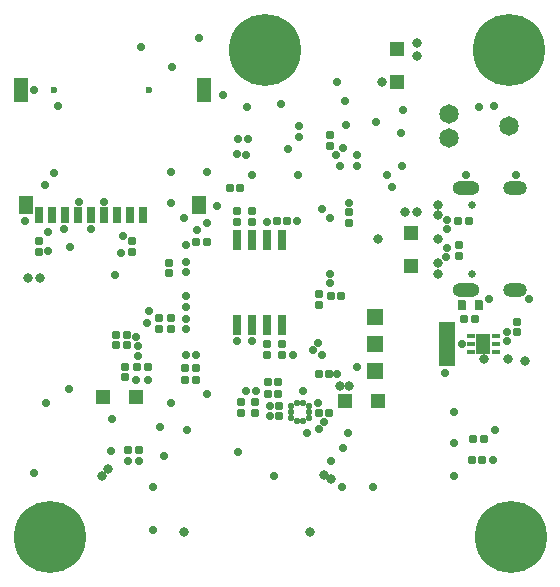
<source format=gbs>
G04*
G04 #@! TF.GenerationSoftware,Altium Limited,Altium Designer,26.2.0 (7)*
G04*
G04 Layer_Color=16711935*
%FSLAX25Y25*%
%MOIN*%
G70*
G04*
G04 #@! TF.SameCoordinates,17A3E6CB-15BD-4058-B425-0E0A4CEE79B2*
G04*
G04*
G04 #@! TF.FilePolarity,Negative*
G04*
G01*
G75*
G04:AMPARAMS|DCode=42|XSize=25.59mil|YSize=23.62mil|CornerRadius=4.43mil|HoleSize=0mil|Usage=FLASHONLY|Rotation=90.000|XOffset=0mil|YOffset=0mil|HoleType=Round|Shape=RoundedRectangle|*
%AMROUNDEDRECTD42*
21,1,0.02559,0.01476,0,0,90.0*
21,1,0.01673,0.02362,0,0,90.0*
1,1,0.00886,0.00738,0.00837*
1,1,0.00886,0.00738,-0.00837*
1,1,0.00886,-0.00738,-0.00837*
1,1,0.00886,-0.00738,0.00837*
%
%ADD42ROUNDEDRECTD42*%
G04:AMPARAMS|DCode=43|XSize=25.59mil|YSize=23.62mil|CornerRadius=4.43mil|HoleSize=0mil|Usage=FLASHONLY|Rotation=180.000|XOffset=0mil|YOffset=0mil|HoleType=Round|Shape=RoundedRectangle|*
%AMROUNDEDRECTD43*
21,1,0.02559,0.01476,0,0,180.0*
21,1,0.01673,0.02362,0,0,180.0*
1,1,0.00886,-0.00837,0.00738*
1,1,0.00886,0.00837,0.00738*
1,1,0.00886,0.00837,-0.00738*
1,1,0.00886,-0.00837,-0.00738*
%
%ADD43ROUNDEDRECTD43*%
%ADD54R,0.05118X0.05118*%
%ADD58R,0.05118X0.05118*%
%ADD60C,0.06496*%
%ADD61O,0.09071X0.04740*%
%ADD62O,0.07890X0.04740*%
%ADD63C,0.02362*%
%ADD64C,0.24016*%
%ADD65C,0.02559*%
%ADD66C,0.02756*%
%ADD67C,0.03150*%
%ADD99R,0.05512X0.14567*%
G04:AMPARAMS|DCode=100|XSize=33.86mil|YSize=29.94mil|CornerRadius=5.22mil|HoleSize=0mil|Usage=FLASHONLY|Rotation=90.000|XOffset=0mil|YOffset=0mil|HoleType=Round|Shape=RoundedRectangle|*
%AMROUNDEDRECTD100*
21,1,0.03386,0.01950,0,0,90.0*
21,1,0.02342,0.02994,0,0,90.0*
1,1,0.01044,0.00975,0.01171*
1,1,0.01044,0.00975,-0.01171*
1,1,0.01044,-0.00975,-0.01171*
1,1,0.01044,-0.00975,0.01171*
%
%ADD100ROUNDEDRECTD100*%
%ADD101R,0.02756X0.01772*%
%ADD102R,0.02953X0.06890*%
%ADD103R,0.03150X0.05512*%
G04:AMPARAMS|DCode=104|XSize=18.9mil|YSize=17.72mil|CornerRadius=2.59mil|HoleSize=0mil|Usage=FLASHONLY|Rotation=180.000|XOffset=0mil|YOffset=0mil|HoleType=Round|Shape=RoundedRectangle|*
%AMROUNDEDRECTD104*
21,1,0.01890,0.01254,0,0,180.0*
21,1,0.01372,0.01772,0,0,180.0*
1,1,0.00518,-0.00686,0.00627*
1,1,0.00518,0.00686,0.00627*
1,1,0.00518,0.00686,-0.00627*
1,1,0.00518,-0.00686,-0.00627*
%
%ADD104ROUNDEDRECTD104*%
%ADD105R,0.05118X0.05906*%
%ADD106R,0.05118X0.08268*%
%ADD107R,0.04724X0.07087*%
%ADD108R,0.05512X0.05512*%
D42*
X151831Y86431D02*
D03*
X39795Y42913D02*
D03*
X58780Y66057D02*
D03*
Y70000D02*
D03*
X62525Y112262D02*
D03*
X89859Y61481D02*
D03*
X89812Y65424D02*
D03*
X154279Y39500D02*
D03*
X154780Y46500D02*
D03*
X106823Y55000D02*
D03*
Y68000D02*
D03*
X89332Y119077D02*
D03*
X43339Y42913D02*
D03*
X46323Y70500D02*
D03*
X62323Y66057D02*
D03*
Y70000D02*
D03*
X86268Y65424D02*
D03*
X86316Y61481D02*
D03*
X66068Y112262D02*
D03*
X77193Y130037D02*
D03*
X103279Y68000D02*
D03*
X155375Y86431D02*
D03*
X92875Y119077D02*
D03*
X153323Y119000D02*
D03*
X158323Y46500D02*
D03*
X157823Y39500D02*
D03*
X149779Y119000D02*
D03*
X73650Y130037D02*
D03*
X42779Y70500D02*
D03*
X107298Y94236D02*
D03*
X110841D02*
D03*
X103279Y55000D02*
D03*
D43*
X50051Y83228D02*
D03*
X54051D02*
D03*
X53551Y101728D02*
D03*
X9975Y108915D02*
D03*
X41101D02*
D03*
X90017Y57538D02*
D03*
X91113Y74576D02*
D03*
X113516Y122122D02*
D03*
X107051Y147772D02*
D03*
X169551Y82000D02*
D03*
X39551Y81272D02*
D03*
X90017Y53994D02*
D03*
X50051Y86772D02*
D03*
X54051D02*
D03*
X53551Y105272D02*
D03*
X169551Y85543D02*
D03*
X113516Y118579D02*
D03*
X150051Y111000D02*
D03*
X41101Y112459D02*
D03*
X9975D02*
D03*
X107051Y144228D02*
D03*
X35608Y81272D02*
D03*
X38836Y70548D02*
D03*
Y67005D02*
D03*
X35608Y77728D02*
D03*
X39551D02*
D03*
X82051Y58772D02*
D03*
Y55228D02*
D03*
X77551Y58772D02*
D03*
Y55228D02*
D03*
X103551Y94772D02*
D03*
Y91228D02*
D03*
X91113Y78120D02*
D03*
X86070Y74576D02*
D03*
X76169Y118880D02*
D03*
Y122424D02*
D03*
X86070Y78120D02*
D03*
X80975Y118880D02*
D03*
Y122424D02*
D03*
X150051Y107457D02*
D03*
D54*
X129551Y165488D02*
D03*
Y176512D02*
D03*
X134051Y115024D02*
D03*
Y104000D02*
D03*
D58*
X42563Y60500D02*
D03*
X112039Y59000D02*
D03*
X31539Y60500D02*
D03*
X123063Y59000D02*
D03*
D60*
X166835Y150930D02*
D03*
X146835Y154930D02*
D03*
Y146930D02*
D03*
D61*
X152276Y95976D02*
D03*
Y129992D02*
D03*
D62*
X168732Y95976D02*
D03*
Y129992D02*
D03*
D63*
X46635Y162662D02*
D03*
X15139D02*
D03*
D64*
X167323Y13850D02*
D03*
X85551Y176000D02*
D03*
X13780Y13780D02*
D03*
X166772Y176221D02*
D03*
D65*
X154244Y124362D02*
D03*
Y101606D02*
D03*
D66*
X161445Y39606D02*
D03*
X50551Y50500D02*
D03*
X59551Y49500D02*
D03*
X39598Y39047D02*
D03*
X34551Y53000D02*
D03*
X46051Y85000D02*
D03*
X51780Y40728D02*
D03*
X59051Y74500D02*
D03*
X87051Y57500D02*
D03*
X81051Y79000D02*
D03*
X59051Y83000D02*
D03*
Y102000D02*
D03*
X13051Y109000D02*
D03*
X59051Y111000D02*
D03*
X31654Y125578D02*
D03*
X62808Y115968D02*
D03*
X66051Y135500D02*
D03*
X86179Y118753D02*
D03*
X79563Y156984D02*
D03*
X94810Y74376D02*
D03*
X99551Y48500D02*
D03*
X105051Y52000D02*
D03*
X109551Y68000D02*
D03*
X166051Y79000D02*
D03*
X113551Y125000D02*
D03*
X93063Y142984D02*
D03*
X96649Y150682D02*
D03*
X122551Y152000D02*
D03*
X166051Y82000D02*
D03*
X131051Y137500D02*
D03*
X161835Y157284D02*
D03*
X12551Y58500D02*
D03*
X111051Y30500D02*
D03*
X148551Y34000D02*
D03*
Y55500D02*
D03*
X34051Y42500D02*
D03*
X20051Y63000D02*
D03*
X43339Y39021D02*
D03*
X42551Y80500D02*
D03*
X35551Y101000D02*
D03*
X42563Y66012D02*
D03*
X46551Y66000D02*
D03*
X87051Y54000D02*
D03*
X46686Y89077D02*
D03*
X62551Y74500D02*
D03*
X76051Y79000D02*
D03*
X59051Y86500D02*
D03*
X37551Y108500D02*
D03*
X20551Y110500D02*
D03*
X5551Y119000D02*
D03*
X16551Y157500D02*
D03*
X8389Y162662D02*
D03*
X23551Y125500D02*
D03*
X54051Y135500D02*
D03*
X44051Y177000D02*
D03*
X59051Y105500D02*
D03*
X66051Y118500D02*
D03*
X79063Y140984D02*
D03*
X79648Y146561D02*
D03*
X71551Y161000D02*
D03*
X90873Y158063D02*
D03*
X103310Y49729D02*
D03*
X104551Y74500D02*
D03*
X145551Y68500D02*
D03*
X151051Y78000D02*
D03*
X160051Y93000D02*
D03*
X173551D02*
D03*
X96051Y119000D02*
D03*
X107051Y120000D02*
D03*
X127838Y130287D02*
D03*
X96702Y146992D02*
D03*
X109551Y165500D02*
D03*
X130801Y148373D02*
D03*
X152276Y134276D02*
D03*
X169051Y134500D02*
D03*
X156835Y157120D02*
D03*
X121551Y30500D02*
D03*
X148551Y45000D02*
D03*
X8417Y35134D02*
D03*
X88551Y34000D02*
D03*
X107551Y39000D02*
D03*
X111551Y43500D02*
D03*
X12051Y131000D02*
D03*
X13051Y115500D02*
D03*
X76500Y42000D02*
D03*
X112551Y151000D02*
D03*
X58551Y120000D02*
D03*
X37998Y114019D02*
D03*
X54051Y125000D02*
D03*
X18551Y116500D02*
D03*
X27551D02*
D03*
X48051Y16000D02*
D03*
Y30500D02*
D03*
X113051Y48500D02*
D03*
X162157Y49394D02*
D03*
X131551Y156000D02*
D03*
X81083Y134468D02*
D03*
X54551Y170500D02*
D03*
X63551Y180000D02*
D03*
X15051Y135000D02*
D03*
X112051Y159000D02*
D03*
X111551Y143500D02*
D03*
X96339Y134500D02*
D03*
X126051D02*
D03*
X104551Y123000D02*
D03*
X116051Y141000D02*
D03*
X109051D02*
D03*
X116111Y137440D02*
D03*
X110551Y137500D02*
D03*
X54051Y58500D02*
D03*
X66051Y61500D02*
D03*
X145904Y119589D02*
D03*
X146051Y116500D02*
D03*
X145947Y110189D02*
D03*
X76563Y146484D02*
D03*
X76063Y141484D02*
D03*
X69551Y124000D02*
D03*
X43051Y74000D02*
D03*
Y77500D02*
D03*
X79051Y62500D02*
D03*
X82551D02*
D03*
X116051Y70500D02*
D03*
X107051Y101500D02*
D03*
Y98500D02*
D03*
X101551Y76000D02*
D03*
X103051Y78500D02*
D03*
Y58500D02*
D03*
X59051Y90500D02*
D03*
X98051Y62500D02*
D03*
X59051Y94000D02*
D03*
X145717Y107060D02*
D03*
D67*
X124307Y165372D02*
D03*
X110551Y64000D02*
D03*
X113551D02*
D03*
X172051Y72500D02*
D03*
X158551Y73000D02*
D03*
X166551D02*
D03*
X123051Y113000D02*
D03*
X132051Y122000D02*
D03*
X136051D02*
D03*
Y174000D02*
D03*
Y178500D02*
D03*
X58551Y15500D02*
D03*
X100551D02*
D03*
X105051Y34500D02*
D03*
X107551Y33000D02*
D03*
X33051Y36500D02*
D03*
X31051Y34000D02*
D03*
X6551Y100000D02*
D03*
X10551D02*
D03*
X143051Y113000D02*
D03*
Y101500D02*
D03*
Y121000D02*
D03*
Y105000D02*
D03*
Y124500D02*
D03*
D99*
X146059Y78000D02*
D03*
D100*
X151183Y90998D02*
D03*
X156695D02*
D03*
D101*
X154051Y80618D02*
D03*
Y75500D02*
D03*
X162319Y78059D02*
D03*
Y80618D02*
D03*
X154051Y78059D02*
D03*
X162319Y75500D02*
D03*
D102*
X81051Y84327D02*
D03*
X86051Y112673D02*
D03*
X91051D02*
D03*
X76051Y84327D02*
D03*
X91051D02*
D03*
X86051D02*
D03*
X76051Y112673D02*
D03*
X81051D02*
D03*
D103*
X31714Y121126D02*
D03*
X23053D02*
D03*
X10061D02*
D03*
X14391D02*
D03*
X18722D02*
D03*
X27384D02*
D03*
X36045D02*
D03*
X40376D02*
D03*
X44706D02*
D03*
D104*
X94039Y57468D02*
D03*
X98035Y52488D02*
D03*
X96067Y58512D02*
D03*
X94039Y53531D02*
D03*
X100063D02*
D03*
X94039Y55500D02*
D03*
X100063Y57468D02*
D03*
Y55500D02*
D03*
X98035Y58512D02*
D03*
X96067Y52488D02*
D03*
D105*
X5730Y124473D02*
D03*
X63525D02*
D03*
D106*
X4076Y162662D02*
D03*
X65179D02*
D03*
D107*
X158185Y78059D02*
D03*
D108*
X122043Y87055D02*
D03*
Y68945D02*
D03*
Y78000D02*
D03*
M02*

</source>
